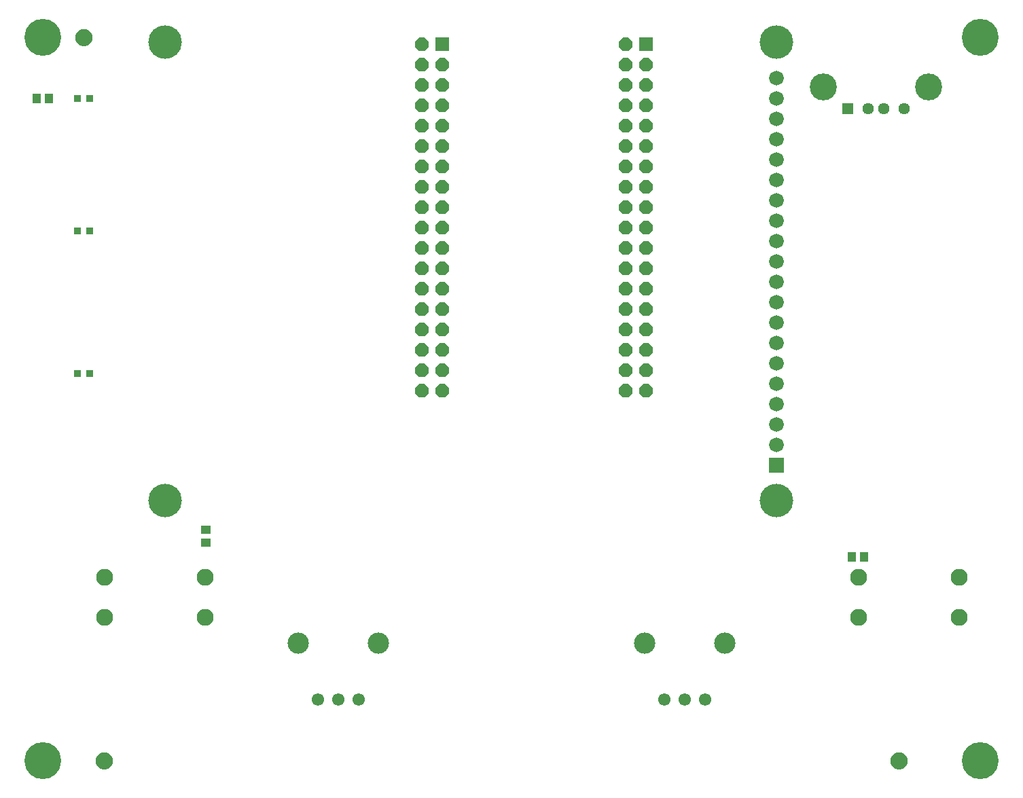
<source format=gbr>
G04 EAGLE Gerber RS-274X export*
G75*
%MOMM*%
%FSLAX34Y34*%
%LPD*%
%INSoldermask Top*%
%IPPOS*%
%AMOC8*
5,1,8,0,0,1.08239X$1,22.5*%
G01*
%ADD10R,0.952400X0.952400*%
%ADD11C,0.609600*%
%ADD12C,1.168400*%
%ADD13C,4.597400*%
%ADD14C,1.552400*%
%ADD15C,2.652400*%
%ADD16R,1.102359X1.183641*%
%ADD17R,1.183641X1.102359*%
%ADD18R,1.828800X1.828800*%
%ADD19C,1.828800*%
%ADD20C,4.168400*%
%ADD21C,2.112400*%
%ADD22R,1.676400X1.676400*%
%ADD23P,1.814519X8X292.500000*%
%ADD24R,1.440400X1.440400*%
%ADD25C,1.440400*%
%ADD26C,3.372400*%


D10*
X94100Y533400D03*
X109100Y533400D03*
X94100Y711200D03*
X109100Y711200D03*
X94100Y876300D03*
X109100Y876300D03*
D11*
X93980Y952500D02*
X93982Y952687D01*
X93989Y952874D01*
X94001Y953061D01*
X94017Y953247D01*
X94037Y953433D01*
X94062Y953618D01*
X94092Y953803D01*
X94126Y953987D01*
X94165Y954170D01*
X94208Y954352D01*
X94256Y954532D01*
X94308Y954712D01*
X94365Y954890D01*
X94425Y955067D01*
X94491Y955242D01*
X94560Y955416D01*
X94634Y955588D01*
X94712Y955758D01*
X94794Y955926D01*
X94880Y956092D01*
X94970Y956256D01*
X95064Y956417D01*
X95162Y956577D01*
X95264Y956733D01*
X95370Y956888D01*
X95480Y957039D01*
X95593Y957188D01*
X95710Y957334D01*
X95830Y957477D01*
X95954Y957617D01*
X96081Y957754D01*
X96212Y957888D01*
X96346Y958019D01*
X96483Y958146D01*
X96623Y958270D01*
X96766Y958390D01*
X96912Y958507D01*
X97061Y958620D01*
X97212Y958730D01*
X97367Y958836D01*
X97523Y958938D01*
X97683Y959036D01*
X97844Y959130D01*
X98008Y959220D01*
X98174Y959306D01*
X98342Y959388D01*
X98512Y959466D01*
X98684Y959540D01*
X98858Y959609D01*
X99033Y959675D01*
X99210Y959735D01*
X99388Y959792D01*
X99568Y959844D01*
X99748Y959892D01*
X99930Y959935D01*
X100113Y959974D01*
X100297Y960008D01*
X100482Y960038D01*
X100667Y960063D01*
X100853Y960083D01*
X101039Y960099D01*
X101226Y960111D01*
X101413Y960118D01*
X101600Y960120D01*
X101787Y960118D01*
X101974Y960111D01*
X102161Y960099D01*
X102347Y960083D01*
X102533Y960063D01*
X102718Y960038D01*
X102903Y960008D01*
X103087Y959974D01*
X103270Y959935D01*
X103452Y959892D01*
X103632Y959844D01*
X103812Y959792D01*
X103990Y959735D01*
X104167Y959675D01*
X104342Y959609D01*
X104516Y959540D01*
X104688Y959466D01*
X104858Y959388D01*
X105026Y959306D01*
X105192Y959220D01*
X105356Y959130D01*
X105517Y959036D01*
X105677Y958938D01*
X105833Y958836D01*
X105988Y958730D01*
X106139Y958620D01*
X106288Y958507D01*
X106434Y958390D01*
X106577Y958270D01*
X106717Y958146D01*
X106854Y958019D01*
X106988Y957888D01*
X107119Y957754D01*
X107246Y957617D01*
X107370Y957477D01*
X107490Y957334D01*
X107607Y957188D01*
X107720Y957039D01*
X107830Y956888D01*
X107936Y956733D01*
X108038Y956577D01*
X108136Y956417D01*
X108230Y956256D01*
X108320Y956092D01*
X108406Y955926D01*
X108488Y955758D01*
X108566Y955588D01*
X108640Y955416D01*
X108709Y955242D01*
X108775Y955067D01*
X108835Y954890D01*
X108892Y954712D01*
X108944Y954532D01*
X108992Y954352D01*
X109035Y954170D01*
X109074Y953987D01*
X109108Y953803D01*
X109138Y953618D01*
X109163Y953433D01*
X109183Y953247D01*
X109199Y953061D01*
X109211Y952874D01*
X109218Y952687D01*
X109220Y952500D01*
X109218Y952313D01*
X109211Y952126D01*
X109199Y951939D01*
X109183Y951753D01*
X109163Y951567D01*
X109138Y951382D01*
X109108Y951197D01*
X109074Y951013D01*
X109035Y950830D01*
X108992Y950648D01*
X108944Y950468D01*
X108892Y950288D01*
X108835Y950110D01*
X108775Y949933D01*
X108709Y949758D01*
X108640Y949584D01*
X108566Y949412D01*
X108488Y949242D01*
X108406Y949074D01*
X108320Y948908D01*
X108230Y948744D01*
X108136Y948583D01*
X108038Y948423D01*
X107936Y948267D01*
X107830Y948112D01*
X107720Y947961D01*
X107607Y947812D01*
X107490Y947666D01*
X107370Y947523D01*
X107246Y947383D01*
X107119Y947246D01*
X106988Y947112D01*
X106854Y946981D01*
X106717Y946854D01*
X106577Y946730D01*
X106434Y946610D01*
X106288Y946493D01*
X106139Y946380D01*
X105988Y946270D01*
X105833Y946164D01*
X105677Y946062D01*
X105517Y945964D01*
X105356Y945870D01*
X105192Y945780D01*
X105026Y945694D01*
X104858Y945612D01*
X104688Y945534D01*
X104516Y945460D01*
X104342Y945391D01*
X104167Y945325D01*
X103990Y945265D01*
X103812Y945208D01*
X103632Y945156D01*
X103452Y945108D01*
X103270Y945065D01*
X103087Y945026D01*
X102903Y944992D01*
X102718Y944962D01*
X102533Y944937D01*
X102347Y944917D01*
X102161Y944901D01*
X101974Y944889D01*
X101787Y944882D01*
X101600Y944880D01*
X101413Y944882D01*
X101226Y944889D01*
X101039Y944901D01*
X100853Y944917D01*
X100667Y944937D01*
X100482Y944962D01*
X100297Y944992D01*
X100113Y945026D01*
X99930Y945065D01*
X99748Y945108D01*
X99568Y945156D01*
X99388Y945208D01*
X99210Y945265D01*
X99033Y945325D01*
X98858Y945391D01*
X98684Y945460D01*
X98512Y945534D01*
X98342Y945612D01*
X98174Y945694D01*
X98008Y945780D01*
X97844Y945870D01*
X97683Y945964D01*
X97523Y946062D01*
X97367Y946164D01*
X97212Y946270D01*
X97061Y946380D01*
X96912Y946493D01*
X96766Y946610D01*
X96623Y946730D01*
X96483Y946854D01*
X96346Y946981D01*
X96212Y947112D01*
X96081Y947246D01*
X95954Y947383D01*
X95830Y947523D01*
X95710Y947666D01*
X95593Y947812D01*
X95480Y947961D01*
X95370Y948112D01*
X95264Y948267D01*
X95162Y948423D01*
X95064Y948583D01*
X94970Y948744D01*
X94880Y948908D01*
X94794Y949074D01*
X94712Y949242D01*
X94634Y949412D01*
X94560Y949584D01*
X94491Y949758D01*
X94425Y949933D01*
X94365Y950110D01*
X94308Y950288D01*
X94256Y950468D01*
X94208Y950648D01*
X94165Y950830D01*
X94126Y951013D01*
X94092Y951197D01*
X94062Y951382D01*
X94037Y951567D01*
X94017Y951753D01*
X94001Y951939D01*
X93989Y952126D01*
X93982Y952313D01*
X93980Y952500D01*
D12*
X101600Y952500D03*
D11*
X1109980Y50800D02*
X1109982Y50987D01*
X1109989Y51174D01*
X1110001Y51361D01*
X1110017Y51547D01*
X1110037Y51733D01*
X1110062Y51918D01*
X1110092Y52103D01*
X1110126Y52287D01*
X1110165Y52470D01*
X1110208Y52652D01*
X1110256Y52832D01*
X1110308Y53012D01*
X1110365Y53190D01*
X1110425Y53367D01*
X1110491Y53542D01*
X1110560Y53716D01*
X1110634Y53888D01*
X1110712Y54058D01*
X1110794Y54226D01*
X1110880Y54392D01*
X1110970Y54556D01*
X1111064Y54717D01*
X1111162Y54877D01*
X1111264Y55033D01*
X1111370Y55188D01*
X1111480Y55339D01*
X1111593Y55488D01*
X1111710Y55634D01*
X1111830Y55777D01*
X1111954Y55917D01*
X1112081Y56054D01*
X1112212Y56188D01*
X1112346Y56319D01*
X1112483Y56446D01*
X1112623Y56570D01*
X1112766Y56690D01*
X1112912Y56807D01*
X1113061Y56920D01*
X1113212Y57030D01*
X1113367Y57136D01*
X1113523Y57238D01*
X1113683Y57336D01*
X1113844Y57430D01*
X1114008Y57520D01*
X1114174Y57606D01*
X1114342Y57688D01*
X1114512Y57766D01*
X1114684Y57840D01*
X1114858Y57909D01*
X1115033Y57975D01*
X1115210Y58035D01*
X1115388Y58092D01*
X1115568Y58144D01*
X1115748Y58192D01*
X1115930Y58235D01*
X1116113Y58274D01*
X1116297Y58308D01*
X1116482Y58338D01*
X1116667Y58363D01*
X1116853Y58383D01*
X1117039Y58399D01*
X1117226Y58411D01*
X1117413Y58418D01*
X1117600Y58420D01*
X1117787Y58418D01*
X1117974Y58411D01*
X1118161Y58399D01*
X1118347Y58383D01*
X1118533Y58363D01*
X1118718Y58338D01*
X1118903Y58308D01*
X1119087Y58274D01*
X1119270Y58235D01*
X1119452Y58192D01*
X1119632Y58144D01*
X1119812Y58092D01*
X1119990Y58035D01*
X1120167Y57975D01*
X1120342Y57909D01*
X1120516Y57840D01*
X1120688Y57766D01*
X1120858Y57688D01*
X1121026Y57606D01*
X1121192Y57520D01*
X1121356Y57430D01*
X1121517Y57336D01*
X1121677Y57238D01*
X1121833Y57136D01*
X1121988Y57030D01*
X1122139Y56920D01*
X1122288Y56807D01*
X1122434Y56690D01*
X1122577Y56570D01*
X1122717Y56446D01*
X1122854Y56319D01*
X1122988Y56188D01*
X1123119Y56054D01*
X1123246Y55917D01*
X1123370Y55777D01*
X1123490Y55634D01*
X1123607Y55488D01*
X1123720Y55339D01*
X1123830Y55188D01*
X1123936Y55033D01*
X1124038Y54877D01*
X1124136Y54717D01*
X1124230Y54556D01*
X1124320Y54392D01*
X1124406Y54226D01*
X1124488Y54058D01*
X1124566Y53888D01*
X1124640Y53716D01*
X1124709Y53542D01*
X1124775Y53367D01*
X1124835Y53190D01*
X1124892Y53012D01*
X1124944Y52832D01*
X1124992Y52652D01*
X1125035Y52470D01*
X1125074Y52287D01*
X1125108Y52103D01*
X1125138Y51918D01*
X1125163Y51733D01*
X1125183Y51547D01*
X1125199Y51361D01*
X1125211Y51174D01*
X1125218Y50987D01*
X1125220Y50800D01*
X1125218Y50613D01*
X1125211Y50426D01*
X1125199Y50239D01*
X1125183Y50053D01*
X1125163Y49867D01*
X1125138Y49682D01*
X1125108Y49497D01*
X1125074Y49313D01*
X1125035Y49130D01*
X1124992Y48948D01*
X1124944Y48768D01*
X1124892Y48588D01*
X1124835Y48410D01*
X1124775Y48233D01*
X1124709Y48058D01*
X1124640Y47884D01*
X1124566Y47712D01*
X1124488Y47542D01*
X1124406Y47374D01*
X1124320Y47208D01*
X1124230Y47044D01*
X1124136Y46883D01*
X1124038Y46723D01*
X1123936Y46567D01*
X1123830Y46412D01*
X1123720Y46261D01*
X1123607Y46112D01*
X1123490Y45966D01*
X1123370Y45823D01*
X1123246Y45683D01*
X1123119Y45546D01*
X1122988Y45412D01*
X1122854Y45281D01*
X1122717Y45154D01*
X1122577Y45030D01*
X1122434Y44910D01*
X1122288Y44793D01*
X1122139Y44680D01*
X1121988Y44570D01*
X1121833Y44464D01*
X1121677Y44362D01*
X1121517Y44264D01*
X1121356Y44170D01*
X1121192Y44080D01*
X1121026Y43994D01*
X1120858Y43912D01*
X1120688Y43834D01*
X1120516Y43760D01*
X1120342Y43691D01*
X1120167Y43625D01*
X1119990Y43565D01*
X1119812Y43508D01*
X1119632Y43456D01*
X1119452Y43408D01*
X1119270Y43365D01*
X1119087Y43326D01*
X1118903Y43292D01*
X1118718Y43262D01*
X1118533Y43237D01*
X1118347Y43217D01*
X1118161Y43201D01*
X1117974Y43189D01*
X1117787Y43182D01*
X1117600Y43180D01*
X1117413Y43182D01*
X1117226Y43189D01*
X1117039Y43201D01*
X1116853Y43217D01*
X1116667Y43237D01*
X1116482Y43262D01*
X1116297Y43292D01*
X1116113Y43326D01*
X1115930Y43365D01*
X1115748Y43408D01*
X1115568Y43456D01*
X1115388Y43508D01*
X1115210Y43565D01*
X1115033Y43625D01*
X1114858Y43691D01*
X1114684Y43760D01*
X1114512Y43834D01*
X1114342Y43912D01*
X1114174Y43994D01*
X1114008Y44080D01*
X1113844Y44170D01*
X1113683Y44264D01*
X1113523Y44362D01*
X1113367Y44464D01*
X1113212Y44570D01*
X1113061Y44680D01*
X1112912Y44793D01*
X1112766Y44910D01*
X1112623Y45030D01*
X1112483Y45154D01*
X1112346Y45281D01*
X1112212Y45412D01*
X1112081Y45546D01*
X1111954Y45683D01*
X1111830Y45823D01*
X1111710Y45966D01*
X1111593Y46112D01*
X1111480Y46261D01*
X1111370Y46412D01*
X1111264Y46567D01*
X1111162Y46723D01*
X1111064Y46883D01*
X1110970Y47044D01*
X1110880Y47208D01*
X1110794Y47374D01*
X1110712Y47542D01*
X1110634Y47712D01*
X1110560Y47884D01*
X1110491Y48058D01*
X1110425Y48233D01*
X1110365Y48410D01*
X1110308Y48588D01*
X1110256Y48768D01*
X1110208Y48948D01*
X1110165Y49130D01*
X1110126Y49313D01*
X1110092Y49497D01*
X1110062Y49682D01*
X1110037Y49867D01*
X1110017Y50053D01*
X1110001Y50239D01*
X1109989Y50426D01*
X1109982Y50613D01*
X1109980Y50800D01*
D12*
X1117600Y50800D03*
D11*
X119380Y50800D02*
X119382Y50987D01*
X119389Y51174D01*
X119401Y51361D01*
X119417Y51547D01*
X119437Y51733D01*
X119462Y51918D01*
X119492Y52103D01*
X119526Y52287D01*
X119565Y52470D01*
X119608Y52652D01*
X119656Y52832D01*
X119708Y53012D01*
X119765Y53190D01*
X119825Y53367D01*
X119891Y53542D01*
X119960Y53716D01*
X120034Y53888D01*
X120112Y54058D01*
X120194Y54226D01*
X120280Y54392D01*
X120370Y54556D01*
X120464Y54717D01*
X120562Y54877D01*
X120664Y55033D01*
X120770Y55188D01*
X120880Y55339D01*
X120993Y55488D01*
X121110Y55634D01*
X121230Y55777D01*
X121354Y55917D01*
X121481Y56054D01*
X121612Y56188D01*
X121746Y56319D01*
X121883Y56446D01*
X122023Y56570D01*
X122166Y56690D01*
X122312Y56807D01*
X122461Y56920D01*
X122612Y57030D01*
X122767Y57136D01*
X122923Y57238D01*
X123083Y57336D01*
X123244Y57430D01*
X123408Y57520D01*
X123574Y57606D01*
X123742Y57688D01*
X123912Y57766D01*
X124084Y57840D01*
X124258Y57909D01*
X124433Y57975D01*
X124610Y58035D01*
X124788Y58092D01*
X124968Y58144D01*
X125148Y58192D01*
X125330Y58235D01*
X125513Y58274D01*
X125697Y58308D01*
X125882Y58338D01*
X126067Y58363D01*
X126253Y58383D01*
X126439Y58399D01*
X126626Y58411D01*
X126813Y58418D01*
X127000Y58420D01*
X127187Y58418D01*
X127374Y58411D01*
X127561Y58399D01*
X127747Y58383D01*
X127933Y58363D01*
X128118Y58338D01*
X128303Y58308D01*
X128487Y58274D01*
X128670Y58235D01*
X128852Y58192D01*
X129032Y58144D01*
X129212Y58092D01*
X129390Y58035D01*
X129567Y57975D01*
X129742Y57909D01*
X129916Y57840D01*
X130088Y57766D01*
X130258Y57688D01*
X130426Y57606D01*
X130592Y57520D01*
X130756Y57430D01*
X130917Y57336D01*
X131077Y57238D01*
X131233Y57136D01*
X131388Y57030D01*
X131539Y56920D01*
X131688Y56807D01*
X131834Y56690D01*
X131977Y56570D01*
X132117Y56446D01*
X132254Y56319D01*
X132388Y56188D01*
X132519Y56054D01*
X132646Y55917D01*
X132770Y55777D01*
X132890Y55634D01*
X133007Y55488D01*
X133120Y55339D01*
X133230Y55188D01*
X133336Y55033D01*
X133438Y54877D01*
X133536Y54717D01*
X133630Y54556D01*
X133720Y54392D01*
X133806Y54226D01*
X133888Y54058D01*
X133966Y53888D01*
X134040Y53716D01*
X134109Y53542D01*
X134175Y53367D01*
X134235Y53190D01*
X134292Y53012D01*
X134344Y52832D01*
X134392Y52652D01*
X134435Y52470D01*
X134474Y52287D01*
X134508Y52103D01*
X134538Y51918D01*
X134563Y51733D01*
X134583Y51547D01*
X134599Y51361D01*
X134611Y51174D01*
X134618Y50987D01*
X134620Y50800D01*
X134618Y50613D01*
X134611Y50426D01*
X134599Y50239D01*
X134583Y50053D01*
X134563Y49867D01*
X134538Y49682D01*
X134508Y49497D01*
X134474Y49313D01*
X134435Y49130D01*
X134392Y48948D01*
X134344Y48768D01*
X134292Y48588D01*
X134235Y48410D01*
X134175Y48233D01*
X134109Y48058D01*
X134040Y47884D01*
X133966Y47712D01*
X133888Y47542D01*
X133806Y47374D01*
X133720Y47208D01*
X133630Y47044D01*
X133536Y46883D01*
X133438Y46723D01*
X133336Y46567D01*
X133230Y46412D01*
X133120Y46261D01*
X133007Y46112D01*
X132890Y45966D01*
X132770Y45823D01*
X132646Y45683D01*
X132519Y45546D01*
X132388Y45412D01*
X132254Y45281D01*
X132117Y45154D01*
X131977Y45030D01*
X131834Y44910D01*
X131688Y44793D01*
X131539Y44680D01*
X131388Y44570D01*
X131233Y44464D01*
X131077Y44362D01*
X130917Y44264D01*
X130756Y44170D01*
X130592Y44080D01*
X130426Y43994D01*
X130258Y43912D01*
X130088Y43834D01*
X129916Y43760D01*
X129742Y43691D01*
X129567Y43625D01*
X129390Y43565D01*
X129212Y43508D01*
X129032Y43456D01*
X128852Y43408D01*
X128670Y43365D01*
X128487Y43326D01*
X128303Y43292D01*
X128118Y43262D01*
X127933Y43237D01*
X127747Y43217D01*
X127561Y43201D01*
X127374Y43189D01*
X127187Y43182D01*
X127000Y43180D01*
X126813Y43182D01*
X126626Y43189D01*
X126439Y43201D01*
X126253Y43217D01*
X126067Y43237D01*
X125882Y43262D01*
X125697Y43292D01*
X125513Y43326D01*
X125330Y43365D01*
X125148Y43408D01*
X124968Y43456D01*
X124788Y43508D01*
X124610Y43565D01*
X124433Y43625D01*
X124258Y43691D01*
X124084Y43760D01*
X123912Y43834D01*
X123742Y43912D01*
X123574Y43994D01*
X123408Y44080D01*
X123244Y44170D01*
X123083Y44264D01*
X122923Y44362D01*
X122767Y44464D01*
X122612Y44570D01*
X122461Y44680D01*
X122312Y44793D01*
X122166Y44910D01*
X122023Y45030D01*
X121883Y45154D01*
X121746Y45281D01*
X121612Y45412D01*
X121481Y45546D01*
X121354Y45683D01*
X121230Y45823D01*
X121110Y45966D01*
X120993Y46112D01*
X120880Y46261D01*
X120770Y46412D01*
X120664Y46567D01*
X120562Y46723D01*
X120464Y46883D01*
X120370Y47044D01*
X120280Y47208D01*
X120194Y47374D01*
X120112Y47542D01*
X120034Y47712D01*
X119960Y47884D01*
X119891Y48058D01*
X119825Y48233D01*
X119765Y48410D01*
X119708Y48588D01*
X119656Y48768D01*
X119608Y48948D01*
X119565Y49130D01*
X119526Y49313D01*
X119492Y49497D01*
X119462Y49682D01*
X119437Y49867D01*
X119417Y50053D01*
X119401Y50239D01*
X119389Y50426D01*
X119382Y50613D01*
X119380Y50800D01*
D12*
X127000Y50800D03*
D13*
X50800Y50800D03*
X1219200Y50800D03*
X1219200Y952500D03*
X50800Y952500D03*
D14*
X394100Y127000D03*
X419100Y127000D03*
X444100Y127000D03*
D15*
X369100Y197000D03*
X469100Y197000D03*
D14*
X825900Y127000D03*
X850900Y127000D03*
X875900Y127000D03*
D15*
X800900Y197000D03*
X900900Y197000D03*
D16*
X42799Y876300D03*
X58801Y876300D03*
D17*
X254000Y322199D03*
X254000Y338201D03*
D16*
X1074801Y304800D03*
X1058799Y304800D03*
D18*
X965200Y419100D03*
D19*
X965200Y444500D03*
X965200Y469900D03*
X965200Y495300D03*
X965200Y520700D03*
X965200Y546100D03*
X965200Y571500D03*
X965200Y596900D03*
X965200Y622300D03*
X965200Y647700D03*
X965200Y673100D03*
X965200Y698500D03*
X965200Y723900D03*
X965200Y749300D03*
X965200Y774700D03*
X965200Y800100D03*
X965200Y825500D03*
X965200Y850900D03*
X965200Y876300D03*
X965200Y901700D03*
D20*
X965200Y374650D03*
X965200Y946150D03*
X203200Y374650D03*
X203200Y946150D03*
D21*
X1192800Y279000D03*
X1192800Y229000D03*
X1067800Y229000D03*
X1067800Y279000D03*
X253000Y279000D03*
X253000Y229000D03*
X128000Y229000D03*
X128000Y279000D03*
D22*
X802900Y944200D03*
D23*
X777500Y944200D03*
X802900Y918800D03*
X777500Y918800D03*
X802900Y893400D03*
X777500Y893400D03*
X802900Y868000D03*
X777500Y868000D03*
X802900Y842600D03*
X777500Y842600D03*
X802900Y817200D03*
X777500Y817200D03*
X802900Y791800D03*
X777500Y791800D03*
X802900Y766400D03*
X777500Y766400D03*
X802900Y741000D03*
X777500Y741000D03*
X802900Y715600D03*
X777500Y715600D03*
X802900Y690200D03*
X777500Y690200D03*
X802900Y664800D03*
X777500Y664800D03*
X802900Y639400D03*
X777500Y639400D03*
X802900Y614000D03*
X777500Y614000D03*
X802900Y588600D03*
X777500Y588600D03*
X802900Y563200D03*
X777500Y563200D03*
X802900Y537800D03*
X777500Y537800D03*
X802900Y512400D03*
X777500Y512400D03*
D22*
X548900Y944200D03*
D23*
X523500Y944200D03*
X548900Y918800D03*
X523500Y918800D03*
X548900Y893400D03*
X523500Y893400D03*
X548900Y868000D03*
X523500Y868000D03*
X548900Y842600D03*
X523500Y842600D03*
X548900Y817200D03*
X523500Y817200D03*
X548900Y791800D03*
X523500Y791800D03*
X548900Y766400D03*
X523500Y766400D03*
X548900Y741000D03*
X523500Y741000D03*
X548900Y715600D03*
X523500Y715600D03*
X548900Y690200D03*
X523500Y690200D03*
X548900Y664800D03*
X523500Y664800D03*
X548900Y639400D03*
X523500Y639400D03*
X548900Y614000D03*
X523500Y614000D03*
X548900Y588600D03*
X523500Y588600D03*
X548900Y563200D03*
X523500Y563200D03*
X548900Y537800D03*
X523500Y537800D03*
X548900Y512400D03*
X523500Y512400D03*
D24*
X1054100Y863600D03*
D25*
X1079100Y863600D03*
X1099100Y863600D03*
X1124100Y863600D03*
D26*
X1023400Y890700D03*
X1154800Y890700D03*
M02*

</source>
